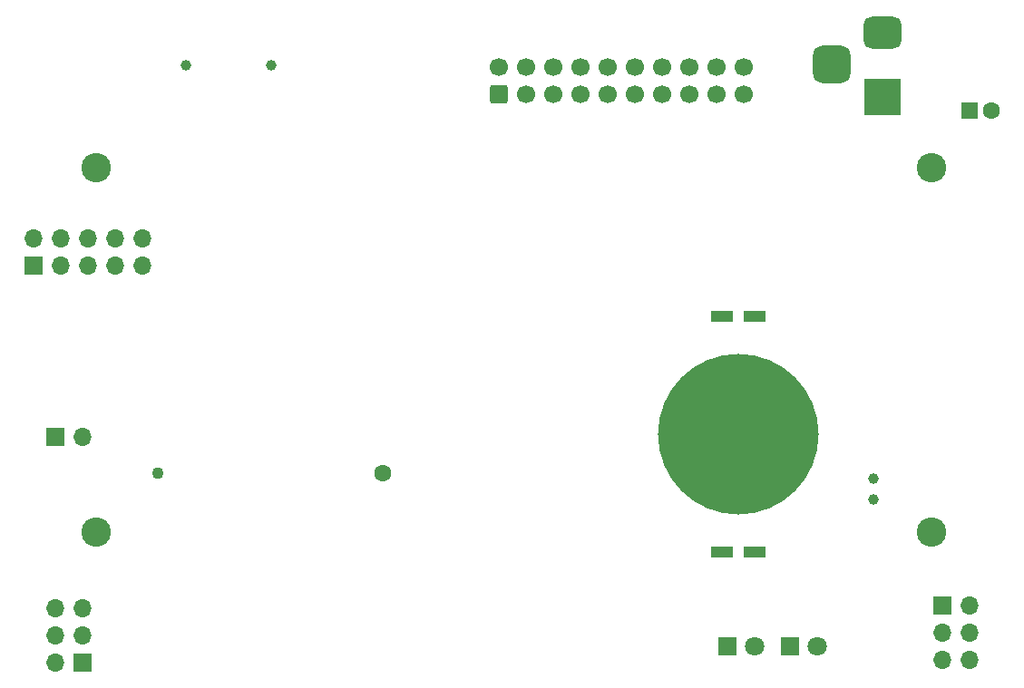
<source format=gbs>
G04 #@! TF.GenerationSoftware,KiCad,Pcbnew,7.0.10-7.0.10~ubuntu22.04.1*
G04 #@! TF.CreationDate,2024-03-30T20:23:11+11:00*
G04 #@! TF.ProjectId,AtariHDisk4,41746172-6948-4446-9973-6b342e6b6963,rev?*
G04 #@! TF.SameCoordinates,Original*
G04 #@! TF.FileFunction,Soldermask,Bot*
G04 #@! TF.FilePolarity,Negative*
%FSLAX46Y46*%
G04 Gerber Fmt 4.6, Leading zero omitted, Abs format (unit mm)*
G04 Created by KiCad (PCBNEW 7.0.10-7.0.10~ubuntu22.04.1) date 2024-03-30 20:23:11*
%MOMM*%
%LPD*%
G01*
G04 APERTURE LIST*
G04 Aperture macros list*
%AMRoundRect*
0 Rectangle with rounded corners*
0 $1 Rounding radius*
0 $2 $3 $4 $5 $6 $7 $8 $9 X,Y pos of 4 corners*
0 Add a 4 corners polygon primitive as box body*
4,1,4,$2,$3,$4,$5,$6,$7,$8,$9,$2,$3,0*
0 Add four circle primitives for the rounded corners*
1,1,$1+$1,$2,$3*
1,1,$1+$1,$4,$5*
1,1,$1+$1,$6,$7*
1,1,$1+$1,$8,$9*
0 Add four rect primitives between the rounded corners*
20,1,$1+$1,$2,$3,$4,$5,0*
20,1,$1+$1,$4,$5,$6,$7,0*
20,1,$1+$1,$6,$7,$8,$9,0*
20,1,$1+$1,$8,$9,$2,$3,0*%
G04 Aperture macros list end*
%ADD10R,1.700000X1.700000*%
%ADD11O,1.700000X1.700000*%
%ADD12R,1.600000X1.600000*%
%ADD13C,1.600000*%
%ADD14C,2.750000*%
%ADD15R,3.500000X3.500000*%
%ADD16RoundRect,0.750000X-1.000000X0.750000X-1.000000X-0.750000X1.000000X-0.750000X1.000000X0.750000X0*%
%ADD17RoundRect,0.875000X-0.875000X0.875000X-0.875000X-0.875000X0.875000X-0.875000X0.875000X0.875000X0*%
%ADD18R,1.800000X1.800000*%
%ADD19C,1.800000*%
%ADD20C,1.000000*%
%ADD21C,1.100000*%
%ADD22RoundRect,0.250000X0.600000X-0.600000X0.600000X0.600000X-0.600000X0.600000X-0.600000X-0.600000X0*%
%ADD23C,1.700000*%
%ADD24R,2.100000X1.000000*%
%ADD25C,15.000000*%
G04 APERTURE END LIST*
D10*
X63246000Y-123190000D03*
D11*
X60706000Y-123190000D03*
X63246000Y-120650000D03*
X60706000Y-120650000D03*
X63246000Y-118110000D03*
X60706000Y-118110000D03*
D12*
X146050000Y-71628000D03*
D13*
X148050000Y-71628000D03*
D10*
X58674000Y-86106000D03*
D11*
X58674000Y-83566000D03*
X61214000Y-86106000D03*
X61214000Y-83566000D03*
X63754000Y-86106000D03*
X63754000Y-83566000D03*
X66294000Y-86106000D03*
X66294000Y-83566000D03*
X68834000Y-86106000D03*
X68834000Y-83566000D03*
D14*
X142494000Y-110998000D03*
X142494000Y-76962000D03*
X64516000Y-76962000D03*
X64516000Y-110998000D03*
D15*
X137922000Y-70358000D03*
D16*
X137922000Y-64358000D03*
D17*
X133222000Y-67358000D03*
D18*
X123444000Y-121666000D03*
D19*
X125984000Y-121666000D03*
D10*
X60706000Y-102108000D03*
D11*
X63246000Y-102108000D03*
D20*
X137083000Y-106020000D03*
X137083000Y-107920000D03*
X80896000Y-67374000D03*
X72896000Y-67374000D03*
D18*
X129286000Y-121666000D03*
D19*
X131826000Y-121666000D03*
D21*
X70288000Y-105484000D03*
D13*
X91288000Y-105484000D03*
D10*
X143535400Y-117830600D03*
D11*
X146075400Y-117830600D03*
X143535400Y-120370600D03*
X146075400Y-120370600D03*
X143535400Y-122910600D03*
X146075400Y-122910600D03*
D22*
X102108000Y-70104000D03*
D23*
X104648000Y-70104000D03*
X107188000Y-70104000D03*
X109728000Y-70104000D03*
X112268000Y-70104000D03*
X114808000Y-70104000D03*
X117348000Y-70104000D03*
X119888000Y-70104000D03*
X122428000Y-70104000D03*
X124968000Y-70104000D03*
X102108000Y-67564000D03*
X104648000Y-67564000D03*
X107188000Y-67564000D03*
X109728000Y-67564000D03*
X112268000Y-67564000D03*
X114808000Y-67564000D03*
X117348000Y-67564000D03*
X119888000Y-67564000D03*
X122428000Y-67564000D03*
X124968000Y-67564000D03*
D24*
X126010000Y-90854000D03*
X122910000Y-90854000D03*
X126010000Y-112854000D03*
X122910000Y-112854000D03*
D25*
X124460000Y-101854000D03*
M02*

</source>
